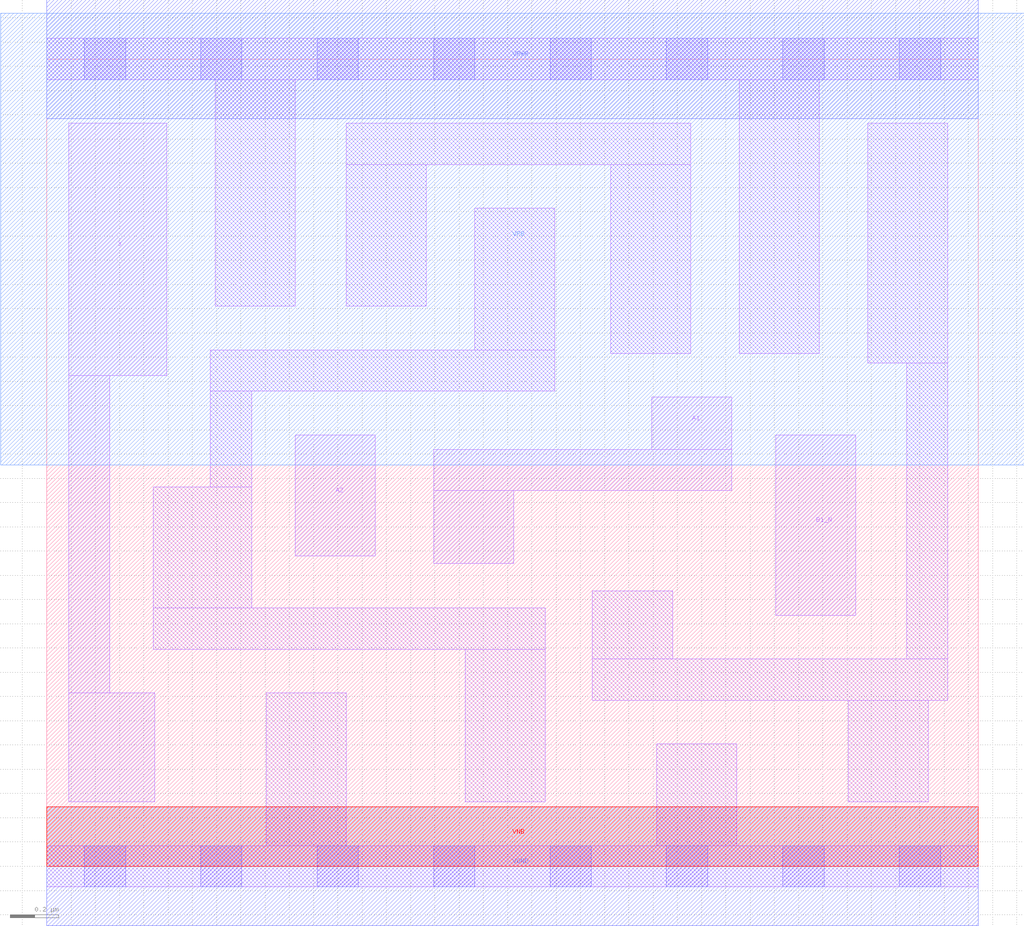
<source format=lef>
# Copyright 2020 The SkyWater PDK Authors
#
# Licensed under the Apache License, Version 2.0 (the "License");
# you may not use this file except in compliance with the License.
# You may obtain a copy of the License at
#
#     https://www.apache.org/licenses/LICENSE-2.0
#
# Unless required by applicable law or agreed to in writing, software
# distributed under the License is distributed on an "AS IS" BASIS,
# WITHOUT WARRANTIES OR CONDITIONS OF ANY KIND, either express or implied.
# See the License for the specific language governing permissions and
# limitations under the License.
#
# SPDX-License-Identifier: Apache-2.0

VERSION 5.7 ;
  NOWIREEXTENSIONATPIN ON ;
  DIVIDERCHAR "/" ;
  BUSBITCHARS "[]" ;
MACRO sky130_fd_sc_lp__a21bo_lp
  CLASS CORE ;
  FOREIGN sky130_fd_sc_lp__a21bo_lp ;
  ORIGIN  0.000000  0.000000 ;
  SIZE  3.840000 BY  3.330000 ;
  SYMMETRY X Y R90 ;
  SITE unit ;
  PIN A1
    ANTENNAGATEAREA  0.313000 ;
    DIRECTION INPUT ;
    USE SIGNAL ;
    PORT
      LAYER li1 ;
        RECT 1.595000 1.250000 1.925000 1.550000 ;
        RECT 1.595000 1.550000 2.825000 1.720000 ;
        RECT 2.495000 1.720000 2.825000 1.935000 ;
    END
  END A1
  PIN A2
    ANTENNAGATEAREA  0.313000 ;
    DIRECTION INPUT ;
    USE SIGNAL ;
    PORT
      LAYER li1 ;
        RECT 1.025000 1.280000 1.355000 1.780000 ;
    END
  END A2
  PIN B1_N
    ANTENNAGATEAREA  0.376000 ;
    DIRECTION INPUT ;
    USE SIGNAL ;
    PORT
      LAYER li1 ;
        RECT 3.005000 1.035000 3.335000 1.780000 ;
    END
  END B1_N
  PIN X
    ANTENNADIFFAREA  0.404700 ;
    DIRECTION OUTPUT ;
    USE SIGNAL ;
    PORT
      LAYER li1 ;
        RECT 0.090000 0.265000 0.445000 0.715000 ;
        RECT 0.090000 0.715000 0.260000 2.025000 ;
        RECT 0.090000 2.025000 0.495000 3.065000 ;
    END
  END X
  PIN VGND
    DIRECTION INOUT ;
    USE GROUND ;
    PORT
      LAYER met1 ;
        RECT 0.000000 -0.245000 3.840000 0.245000 ;
    END
  END VGND
  PIN VNB
    DIRECTION INOUT ;
    USE GROUND ;
    PORT
      LAYER pwell ;
        RECT 0.000000 0.000000 3.840000 0.245000 ;
    END
  END VNB
  PIN VPB
    DIRECTION INOUT ;
    USE POWER ;
    PORT
      LAYER nwell ;
        RECT -0.190000 1.655000 4.030000 3.520000 ;
    END
  END VPB
  PIN VPWR
    DIRECTION INOUT ;
    USE POWER ;
    PORT
      LAYER met1 ;
        RECT 0.000000 3.085000 3.840000 3.575000 ;
    END
  END VPWR
  OBS
    LAYER li1 ;
      RECT 0.000000 -0.085000 3.840000 0.085000 ;
      RECT 0.000000  3.245000 3.840000 3.415000 ;
      RECT 0.440000  0.895000 2.055000 1.065000 ;
      RECT 0.440000  1.065000 0.845000 1.565000 ;
      RECT 0.675000  1.565000 0.845000 1.960000 ;
      RECT 0.675000  1.960000 2.095000 2.130000 ;
      RECT 0.695000  2.310000 1.025000 3.245000 ;
      RECT 0.905000  0.085000 1.235000 0.715000 ;
      RECT 1.235000  2.310000 1.565000 2.895000 ;
      RECT 1.235000  2.895000 2.655000 3.065000 ;
      RECT 1.725000  0.265000 2.055000 0.895000 ;
      RECT 1.765000  2.130000 2.095000 2.715000 ;
      RECT 2.250000  0.685000 3.715000 0.855000 ;
      RECT 2.250000  0.855000 2.580000 1.135000 ;
      RECT 2.325000  2.115000 2.655000 2.895000 ;
      RECT 2.515000  0.085000 2.845000 0.505000 ;
      RECT 2.855000  2.115000 3.185000 3.245000 ;
      RECT 3.305000  0.265000 3.635000 0.685000 ;
      RECT 3.385000  2.075000 3.715000 3.065000 ;
      RECT 3.545000  0.855000 3.715000 2.075000 ;
    LAYER mcon ;
      RECT 0.155000 -0.085000 0.325000 0.085000 ;
      RECT 0.155000  3.245000 0.325000 3.415000 ;
      RECT 0.635000 -0.085000 0.805000 0.085000 ;
      RECT 0.635000  3.245000 0.805000 3.415000 ;
      RECT 1.115000 -0.085000 1.285000 0.085000 ;
      RECT 1.115000  3.245000 1.285000 3.415000 ;
      RECT 1.595000 -0.085000 1.765000 0.085000 ;
      RECT 1.595000  3.245000 1.765000 3.415000 ;
      RECT 2.075000 -0.085000 2.245000 0.085000 ;
      RECT 2.075000  3.245000 2.245000 3.415000 ;
      RECT 2.555000 -0.085000 2.725000 0.085000 ;
      RECT 2.555000  3.245000 2.725000 3.415000 ;
      RECT 3.035000 -0.085000 3.205000 0.085000 ;
      RECT 3.035000  3.245000 3.205000 3.415000 ;
      RECT 3.515000 -0.085000 3.685000 0.085000 ;
      RECT 3.515000  3.245000 3.685000 3.415000 ;
  END
END sky130_fd_sc_lp__a21bo_lp
END LIBRARY

</source>
